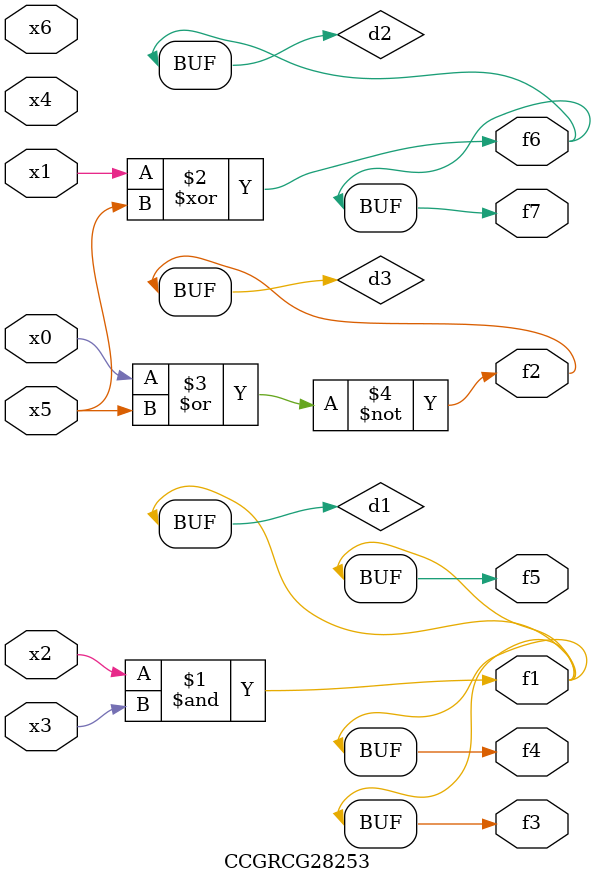
<source format=v>
module CCGRCG28253(
	input x0, x1, x2, x3, x4, x5, x6,
	output f1, f2, f3, f4, f5, f6, f7
);

	wire d1, d2, d3;

	and (d1, x2, x3);
	xor (d2, x1, x5);
	nor (d3, x0, x5);
	assign f1 = d1;
	assign f2 = d3;
	assign f3 = d1;
	assign f4 = d1;
	assign f5 = d1;
	assign f6 = d2;
	assign f7 = d2;
endmodule

</source>
